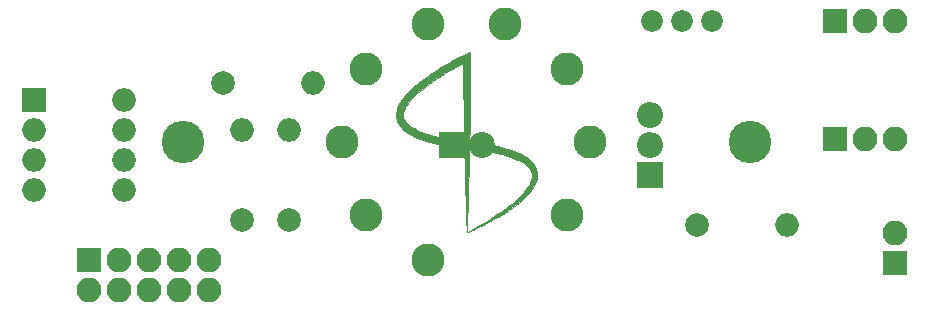
<source format=gbs>
G04 #@! TF.GenerationSoftware,KiCad,Pcbnew,(5.0.0)*
G04 #@! TF.CreationDate,2018-12-09T11:47:50+01:00*
G04 #@! TF.ProjectId,Corona_tubeBoard,436F726F6E615F74756265426F617264,1*
G04 #@! TF.SameCoordinates,Original*
G04 #@! TF.FileFunction,Soldermask,Bot*
G04 #@! TF.FilePolarity,Negative*
%FSLAX46Y46*%
G04 Gerber Fmt 4.6, Leading zero omitted, Abs format (unit mm)*
G04 Created by KiCad (PCBNEW (5.0.0)) date 12/09/18 11:47:50*
%MOMM*%
%LPD*%
G01*
G04 APERTURE LIST*
%ADD10C,0.010000*%
%ADD11C,2.797760*%
%ADD12O,2.200000X2.200000*%
%ADD13R,2.200000X2.200000*%
%ADD14C,3.600000*%
%ADD15R,2.100000X2.100000*%
%ADD16O,2.100000X2.100000*%
%ADD17C,2.200000*%
%ADD18O,2.000000X2.000000*%
%ADD19C,2.000000*%
%ADD20C,1.840000*%
%ADD21R,2.000000X2.000000*%
G04 APERTURE END LIST*
D10*
G04 #@! TO.C,MK5*
G36*
X39010584Y-15006838D02*
X39015875Y-15012130D01*
X39021167Y-15006838D01*
X39015875Y-15001547D01*
X39010584Y-15006838D01*
X39010584Y-15006838D01*
G37*
X39010584Y-15006838D02*
X39015875Y-15012130D01*
X39021167Y-15006838D01*
X39015875Y-15001547D01*
X39010584Y-15006838D01*
G36*
X39304666Y-7365150D02*
X39274468Y-7377872D01*
X39229895Y-7397738D01*
X39173261Y-7423655D01*
X39106877Y-7454531D01*
X39033056Y-7489271D01*
X38954109Y-7526782D01*
X38872350Y-7565971D01*
X38790091Y-7605745D01*
X38709643Y-7645010D01*
X38633320Y-7682673D01*
X38566639Y-7716023D01*
X38215522Y-7896482D01*
X37867014Y-8082352D01*
X37522713Y-8272633D01*
X37184214Y-8466329D01*
X36853113Y-8662438D01*
X36531007Y-8859965D01*
X36219491Y-9057908D01*
X35920163Y-9255271D01*
X35634617Y-9451054D01*
X35364451Y-9644259D01*
X35111260Y-9833886D01*
X34876641Y-10018939D01*
X34846597Y-10043417D01*
X34715242Y-10153086D01*
X34581692Y-10268746D01*
X34448703Y-10387806D01*
X34319030Y-10507676D01*
X34195427Y-10625766D01*
X34080649Y-10739486D01*
X33977450Y-10846244D01*
X33888586Y-10943452D01*
X33884215Y-10948417D01*
X33713076Y-11153575D01*
X33561456Y-11357034D01*
X33429472Y-11558494D01*
X33317241Y-11757651D01*
X33224879Y-11954205D01*
X33152504Y-12147855D01*
X33100233Y-12338297D01*
X33068182Y-12525232D01*
X33056469Y-12708356D01*
X33065210Y-12887369D01*
X33083927Y-13011959D01*
X33127290Y-13180132D01*
X33191256Y-13343867D01*
X33275702Y-13503026D01*
X33380503Y-13657470D01*
X33505539Y-13807063D01*
X33650684Y-13951666D01*
X33815817Y-14091140D01*
X34000814Y-14225349D01*
X34205553Y-14354155D01*
X34355498Y-14438321D01*
X34565904Y-14543825D01*
X34796811Y-14645575D01*
X35047874Y-14743484D01*
X35318748Y-14837465D01*
X35609088Y-14927429D01*
X35918547Y-15013289D01*
X36246780Y-15094957D01*
X36593443Y-15172347D01*
X36958190Y-15245369D01*
X37340675Y-15313936D01*
X37740553Y-15377962D01*
X38157478Y-15437358D01*
X38432260Y-15472797D01*
X38511821Y-15482670D01*
X38586634Y-15491981D01*
X38653503Y-15500327D01*
X38709233Y-15507312D01*
X38750630Y-15512534D01*
X38774498Y-15515593D01*
X38775660Y-15515747D01*
X38820639Y-15521714D01*
X38820668Y-15677169D01*
X38820983Y-15741988D01*
X38821887Y-15823867D01*
X38823354Y-15921897D01*
X38825356Y-16035165D01*
X38827866Y-16162760D01*
X38830856Y-16303769D01*
X38834299Y-16457283D01*
X38838168Y-16622388D01*
X38842435Y-16798174D01*
X38847073Y-16983728D01*
X38852055Y-17178139D01*
X38857353Y-17380496D01*
X38862940Y-17589887D01*
X38868788Y-17805400D01*
X38874871Y-18026124D01*
X38881160Y-18251147D01*
X38887629Y-18479558D01*
X38894250Y-18710444D01*
X38900995Y-18942895D01*
X38907838Y-19175999D01*
X38914751Y-19408844D01*
X38921707Y-19640519D01*
X38928678Y-19870111D01*
X38935637Y-20096710D01*
X38942557Y-20319403D01*
X38949410Y-20537280D01*
X38956168Y-20749429D01*
X38962805Y-20954937D01*
X38969294Y-21152894D01*
X38975606Y-21342387D01*
X38981715Y-21522506D01*
X38987592Y-21692339D01*
X38993212Y-21850973D01*
X38998545Y-21997498D01*
X39003566Y-22131001D01*
X39008246Y-22250572D01*
X39012559Y-22355299D01*
X39016477Y-22444269D01*
X39019972Y-22516572D01*
X39023017Y-22571296D01*
X39025586Y-22607529D01*
X39027649Y-22624360D01*
X39029088Y-22621834D01*
X39030232Y-22603654D01*
X39031995Y-22565636D01*
X39034336Y-22509098D01*
X39037207Y-22435359D01*
X39040566Y-22345735D01*
X39044368Y-22241547D01*
X39048569Y-22124110D01*
X39053123Y-21994745D01*
X39057986Y-21854768D01*
X39063114Y-21705498D01*
X39068463Y-21548254D01*
X39073988Y-21384352D01*
X39079644Y-21215112D01*
X39085387Y-21041852D01*
X39091172Y-20865889D01*
X39096956Y-20688542D01*
X39102693Y-20511129D01*
X39108339Y-20334968D01*
X39113850Y-20161377D01*
X39119181Y-19991674D01*
X39124288Y-19827177D01*
X39129126Y-19669206D01*
X39132645Y-19552667D01*
X39138704Y-19347706D01*
X39145123Y-19125122D01*
X39151807Y-18888451D01*
X39158662Y-18641231D01*
X39165593Y-18387001D01*
X39172506Y-18129297D01*
X39179306Y-17871658D01*
X39185900Y-17617622D01*
X39192192Y-17370725D01*
X39198089Y-17134507D01*
X39203495Y-16912503D01*
X39206522Y-16785125D01*
X39209514Y-16658214D01*
X39212556Y-16529759D01*
X39215578Y-16402673D01*
X39218511Y-16279871D01*
X39221285Y-16164270D01*
X39223829Y-16058783D01*
X39226074Y-15966326D01*
X39227950Y-15889814D01*
X39229125Y-15842591D01*
X39236050Y-15566807D01*
X39263824Y-15570071D01*
X39569636Y-15606916D01*
X39856049Y-15643339D01*
X40124820Y-15679623D01*
X40377706Y-15716055D01*
X40616462Y-15752918D01*
X40842845Y-15790498D01*
X41058611Y-15829079D01*
X41265517Y-15868947D01*
X41465319Y-15910386D01*
X41659772Y-15953682D01*
X41731056Y-15970309D01*
X41982000Y-16032455D01*
X42226942Y-16098827D01*
X42464207Y-16168818D01*
X42692122Y-16241820D01*
X42909010Y-16317225D01*
X43113198Y-16394426D01*
X43303011Y-16472815D01*
X43476774Y-16551783D01*
X43632813Y-16630725D01*
X43769454Y-16709030D01*
X43773639Y-16711613D01*
X43902448Y-16797714D01*
X44024855Y-16892069D01*
X44137397Y-16991590D01*
X44236614Y-17093189D01*
X44319044Y-17193779D01*
X44328090Y-17206260D01*
X44372279Y-17275968D01*
X44415786Y-17358435D01*
X44454758Y-17445495D01*
X44485342Y-17528980D01*
X44493865Y-17557709D01*
X44507487Y-17623668D01*
X44517240Y-17704024D01*
X44522923Y-17792325D01*
X44524332Y-17882119D01*
X44521262Y-17966956D01*
X44513512Y-18040384D01*
X44509751Y-18061721D01*
X44472178Y-18209434D01*
X44417808Y-18360567D01*
X44346278Y-18515686D01*
X44257224Y-18675356D01*
X44150285Y-18840140D01*
X44025095Y-19010603D01*
X43881294Y-19187310D01*
X43718517Y-19370825D01*
X43562001Y-19535625D01*
X43330777Y-19763946D01*
X43084546Y-19990854D01*
X42822674Y-20216812D01*
X42544532Y-20442283D01*
X42249490Y-20667731D01*
X41936915Y-20893617D01*
X41606178Y-21120405D01*
X41256647Y-21348557D01*
X40887692Y-21578538D01*
X40498682Y-21810809D01*
X40323472Y-21912432D01*
X40142368Y-22016601D01*
X39978777Y-22110727D01*
X39831856Y-22195303D01*
X39700759Y-22270823D01*
X39584644Y-22337778D01*
X39482664Y-22396661D01*
X39393976Y-22447965D01*
X39317735Y-22492183D01*
X39253097Y-22529807D01*
X39199217Y-22561330D01*
X39155250Y-22587244D01*
X39120351Y-22608043D01*
X39093678Y-22624219D01*
X39074384Y-22636264D01*
X39061626Y-22644672D01*
X39054558Y-22649935D01*
X39052337Y-22652545D01*
X39054002Y-22653010D01*
X39064410Y-22648442D01*
X39091366Y-22635847D01*
X39132365Y-22616415D01*
X39184903Y-22591339D01*
X39246473Y-22561812D01*
X39314573Y-22529025D01*
X39318056Y-22527345D01*
X39543916Y-22418316D01*
X39751866Y-22317769D01*
X39943105Y-22225083D01*
X40118832Y-22139640D01*
X40280246Y-22060819D01*
X40428548Y-21988000D01*
X40564935Y-21920564D01*
X40690608Y-21857889D01*
X40806766Y-21799357D01*
X40914608Y-21744348D01*
X41015333Y-21692241D01*
X41110141Y-21642417D01*
X41200232Y-21594255D01*
X41286803Y-21547136D01*
X41371056Y-21500440D01*
X41454188Y-21453546D01*
X41537400Y-21405835D01*
X41621891Y-21356688D01*
X41708859Y-21305483D01*
X41799505Y-21251602D01*
X41884514Y-21200732D01*
X42245452Y-20977522D01*
X42586665Y-20752646D01*
X42909583Y-20525081D01*
X43215638Y-20293800D01*
X43506262Y-20057780D01*
X43632733Y-19949453D01*
X43697129Y-19891974D01*
X43769966Y-19824578D01*
X43848628Y-19749878D01*
X43930500Y-19670488D01*
X44012965Y-19589019D01*
X44093409Y-19508086D01*
X44169216Y-19430301D01*
X44237769Y-19358277D01*
X44296453Y-19294627D01*
X44342653Y-19241964D01*
X44351196Y-19231732D01*
X44497764Y-19043286D01*
X44625849Y-18855954D01*
X44735044Y-18670496D01*
X44824944Y-18487671D01*
X44895144Y-18308238D01*
X44945238Y-18132956D01*
X44950355Y-18110036D01*
X44963184Y-18030864D01*
X44971494Y-17937314D01*
X44975283Y-17835583D01*
X44974549Y-17731869D01*
X44969288Y-17632372D01*
X44959498Y-17543289D01*
X44950622Y-17493524D01*
X44919331Y-17367068D01*
X44881840Y-17252277D01*
X44835027Y-17139874D01*
X44822528Y-17113209D01*
X44779078Y-17027515D01*
X44733591Y-16949518D01*
X44683285Y-16875544D01*
X44625379Y-16801921D01*
X44557092Y-16724975D01*
X44475643Y-16641034D01*
X44433666Y-16599718D01*
X44314949Y-16490306D01*
X44189397Y-16386897D01*
X44055613Y-16288777D01*
X43912201Y-16195229D01*
X43757764Y-16105540D01*
X43590905Y-16018993D01*
X43410229Y-15934875D01*
X43214339Y-15852470D01*
X43001839Y-15771063D01*
X42771332Y-15689939D01*
X42521421Y-15608383D01*
X42460092Y-15589192D01*
X42175056Y-15504441D01*
X41883406Y-15425327D01*
X41583336Y-15351486D01*
X41273037Y-15282557D01*
X40950701Y-15218177D01*
X40614522Y-15157985D01*
X40262690Y-15101618D01*
X39893399Y-15048715D01*
X39524431Y-15001296D01*
X39450761Y-14992265D01*
X39384414Y-14984043D01*
X39328160Y-14976979D01*
X39284769Y-14971425D01*
X39257010Y-14967730D01*
X39247646Y-14966266D01*
X39247509Y-14955728D01*
X39247782Y-14926223D01*
X39248429Y-14879947D01*
X39249414Y-14819094D01*
X39249658Y-14805140D01*
X38798277Y-14805140D01*
X38797540Y-14860859D01*
X38796021Y-14898135D01*
X38793731Y-14915818D01*
X38792725Y-14917167D01*
X38779981Y-14915867D01*
X38749041Y-14912200D01*
X38702697Y-14906510D01*
X38643746Y-14899147D01*
X38574982Y-14890455D01*
X38499198Y-14880782D01*
X38492112Y-14879873D01*
X38086103Y-14824416D01*
X37695482Y-14764275D01*
X37320605Y-14699566D01*
X36961829Y-14630404D01*
X36619511Y-14556903D01*
X36294007Y-14479179D01*
X35985674Y-14397347D01*
X35694868Y-14311522D01*
X35421947Y-14221818D01*
X35167266Y-14128351D01*
X34931183Y-14031236D01*
X34714053Y-13930588D01*
X34516235Y-13826522D01*
X34338083Y-13719152D01*
X34179956Y-13608595D01*
X34042209Y-13494964D01*
X33963656Y-13419392D01*
X33859933Y-13302570D01*
X33776571Y-13185645D01*
X33712823Y-13066936D01*
X33667941Y-12944766D01*
X33641180Y-12817455D01*
X33631790Y-12683323D01*
X33631765Y-12673500D01*
X33639340Y-12544914D01*
X33662105Y-12416317D01*
X33700754Y-12285798D01*
X33755978Y-12151444D01*
X33828470Y-12011343D01*
X33918922Y-11863585D01*
X33932563Y-11842923D01*
X34065180Y-11656995D01*
X34218230Y-11466893D01*
X34391439Y-11272842D01*
X34584534Y-11075067D01*
X34797244Y-10873793D01*
X35029295Y-10669244D01*
X35280416Y-10461645D01*
X35550332Y-10251221D01*
X35838772Y-10038197D01*
X36145463Y-9822798D01*
X36470133Y-9605248D01*
X36812508Y-9385772D01*
X37172317Y-9164595D01*
X37203282Y-9145971D01*
X37287213Y-9096035D01*
X37379400Y-9042000D01*
X37478306Y-8984712D01*
X37582391Y-8925019D01*
X37690114Y-8863766D01*
X37799936Y-8801799D01*
X37910318Y-8739965D01*
X38019720Y-8679110D01*
X38126602Y-8620080D01*
X38229425Y-8563722D01*
X38326649Y-8510881D01*
X38416735Y-8462404D01*
X38498142Y-8419138D01*
X38569332Y-8381927D01*
X38628763Y-8351619D01*
X38674898Y-8329060D01*
X38706197Y-8315096D01*
X38721118Y-8310573D01*
X38722161Y-8311144D01*
X38722477Y-8322391D01*
X38722931Y-8353623D01*
X38723514Y-8403662D01*
X38724214Y-8471327D01*
X38725024Y-8555438D01*
X38725931Y-8654815D01*
X38726926Y-8768278D01*
X38727998Y-8894647D01*
X38729139Y-9032743D01*
X38730336Y-9181384D01*
X38731581Y-9339391D01*
X38732863Y-9505585D01*
X38734171Y-9678784D01*
X38735496Y-9857810D01*
X38735539Y-9863625D01*
X38738311Y-10230205D01*
X38741135Y-10578441D01*
X38744047Y-10911156D01*
X38747084Y-11231173D01*
X38750282Y-11541315D01*
X38753678Y-11844405D01*
X38757307Y-12143266D01*
X38761206Y-12440721D01*
X38765411Y-12739593D01*
X38769959Y-13042705D01*
X38774887Y-13352879D01*
X38780229Y-13672939D01*
X38786023Y-14005707D01*
X38792305Y-14354007D01*
X38795714Y-14538813D01*
X38797373Y-14642967D01*
X38798225Y-14732126D01*
X38798277Y-14805140D01*
X39249658Y-14805140D01*
X39250699Y-14745861D01*
X39252249Y-14662442D01*
X39254027Y-14571033D01*
X39255046Y-14520292D01*
X39262226Y-14151794D01*
X39269139Y-13768244D01*
X39275738Y-13373133D01*
X39281979Y-12969953D01*
X39287817Y-12562194D01*
X39293206Y-12153348D01*
X39298100Y-11746907D01*
X39302456Y-11346362D01*
X39306226Y-10955203D01*
X39309366Y-10576924D01*
X39311831Y-10215014D01*
X39312564Y-10085875D01*
X39313493Y-9914430D01*
X39314513Y-9731201D01*
X39315601Y-9539690D01*
X39316736Y-9343398D01*
X39317899Y-9145826D01*
X39319068Y-8950477D01*
X39320223Y-8760851D01*
X39321341Y-8580451D01*
X39322404Y-8412776D01*
X39323389Y-8261330D01*
X39323766Y-8204688D01*
X39324803Y-8034404D01*
X39325487Y-7884719D01*
X39325813Y-7755065D01*
X39325778Y-7644879D01*
X39325378Y-7553594D01*
X39324609Y-7480643D01*
X39323468Y-7425463D01*
X39321950Y-7387486D01*
X39320053Y-7366147D01*
X39318178Y-7360667D01*
X39304666Y-7365150D01*
X39304666Y-7365150D01*
G37*
X39304666Y-7365150D02*
X39274468Y-7377872D01*
X39229895Y-7397738D01*
X39173261Y-7423655D01*
X39106877Y-7454531D01*
X39033056Y-7489271D01*
X38954109Y-7526782D01*
X38872350Y-7565971D01*
X38790091Y-7605745D01*
X38709643Y-7645010D01*
X38633320Y-7682673D01*
X38566639Y-7716023D01*
X38215522Y-7896482D01*
X37867014Y-8082352D01*
X37522713Y-8272633D01*
X37184214Y-8466329D01*
X36853113Y-8662438D01*
X36531007Y-8859965D01*
X36219491Y-9057908D01*
X35920163Y-9255271D01*
X35634617Y-9451054D01*
X35364451Y-9644259D01*
X35111260Y-9833886D01*
X34876641Y-10018939D01*
X34846597Y-10043417D01*
X34715242Y-10153086D01*
X34581692Y-10268746D01*
X34448703Y-10387806D01*
X34319030Y-10507676D01*
X34195427Y-10625766D01*
X34080649Y-10739486D01*
X33977450Y-10846244D01*
X33888586Y-10943452D01*
X33884215Y-10948417D01*
X33713076Y-11153575D01*
X33561456Y-11357034D01*
X33429472Y-11558494D01*
X33317241Y-11757651D01*
X33224879Y-11954205D01*
X33152504Y-12147855D01*
X33100233Y-12338297D01*
X33068182Y-12525232D01*
X33056469Y-12708356D01*
X33065210Y-12887369D01*
X33083927Y-13011959D01*
X33127290Y-13180132D01*
X33191256Y-13343867D01*
X33275702Y-13503026D01*
X33380503Y-13657470D01*
X33505539Y-13807063D01*
X33650684Y-13951666D01*
X33815817Y-14091140D01*
X34000814Y-14225349D01*
X34205553Y-14354155D01*
X34355498Y-14438321D01*
X34565904Y-14543825D01*
X34796811Y-14645575D01*
X35047874Y-14743484D01*
X35318748Y-14837465D01*
X35609088Y-14927429D01*
X35918547Y-15013289D01*
X36246780Y-15094957D01*
X36593443Y-15172347D01*
X36958190Y-15245369D01*
X37340675Y-15313936D01*
X37740553Y-15377962D01*
X38157478Y-15437358D01*
X38432260Y-15472797D01*
X38511821Y-15482670D01*
X38586634Y-15491981D01*
X38653503Y-15500327D01*
X38709233Y-15507312D01*
X38750630Y-15512534D01*
X38774498Y-15515593D01*
X38775660Y-15515747D01*
X38820639Y-15521714D01*
X38820668Y-15677169D01*
X38820983Y-15741988D01*
X38821887Y-15823867D01*
X38823354Y-15921897D01*
X38825356Y-16035165D01*
X38827866Y-16162760D01*
X38830856Y-16303769D01*
X38834299Y-16457283D01*
X38838168Y-16622388D01*
X38842435Y-16798174D01*
X38847073Y-16983728D01*
X38852055Y-17178139D01*
X38857353Y-17380496D01*
X38862940Y-17589887D01*
X38868788Y-17805400D01*
X38874871Y-18026124D01*
X38881160Y-18251147D01*
X38887629Y-18479558D01*
X38894250Y-18710444D01*
X38900995Y-18942895D01*
X38907838Y-19175999D01*
X38914751Y-19408844D01*
X38921707Y-19640519D01*
X38928678Y-19870111D01*
X38935637Y-20096710D01*
X38942557Y-20319403D01*
X38949410Y-20537280D01*
X38956168Y-20749429D01*
X38962805Y-20954937D01*
X38969294Y-21152894D01*
X38975606Y-21342387D01*
X38981715Y-21522506D01*
X38987592Y-21692339D01*
X38993212Y-21850973D01*
X38998545Y-21997498D01*
X39003566Y-22131001D01*
X39008246Y-22250572D01*
X39012559Y-22355299D01*
X39016477Y-22444269D01*
X39019972Y-22516572D01*
X39023017Y-22571296D01*
X39025586Y-22607529D01*
X39027649Y-22624360D01*
X39029088Y-22621834D01*
X39030232Y-22603654D01*
X39031995Y-22565636D01*
X39034336Y-22509098D01*
X39037207Y-22435359D01*
X39040566Y-22345735D01*
X39044368Y-22241547D01*
X39048569Y-22124110D01*
X39053123Y-21994745D01*
X39057986Y-21854768D01*
X39063114Y-21705498D01*
X39068463Y-21548254D01*
X39073988Y-21384352D01*
X39079644Y-21215112D01*
X39085387Y-21041852D01*
X39091172Y-20865889D01*
X39096956Y-20688542D01*
X39102693Y-20511129D01*
X39108339Y-20334968D01*
X39113850Y-20161377D01*
X39119181Y-19991674D01*
X39124288Y-19827177D01*
X39129126Y-19669206D01*
X39132645Y-19552667D01*
X39138704Y-19347706D01*
X39145123Y-19125122D01*
X39151807Y-18888451D01*
X39158662Y-18641231D01*
X39165593Y-18387001D01*
X39172506Y-18129297D01*
X39179306Y-17871658D01*
X39185900Y-17617622D01*
X39192192Y-17370725D01*
X39198089Y-17134507D01*
X39203495Y-16912503D01*
X39206522Y-16785125D01*
X39209514Y-16658214D01*
X39212556Y-16529759D01*
X39215578Y-16402673D01*
X39218511Y-16279871D01*
X39221285Y-16164270D01*
X39223829Y-16058783D01*
X39226074Y-15966326D01*
X39227950Y-15889814D01*
X39229125Y-15842591D01*
X39236050Y-15566807D01*
X39263824Y-15570071D01*
X39569636Y-15606916D01*
X39856049Y-15643339D01*
X40124820Y-15679623D01*
X40377706Y-15716055D01*
X40616462Y-15752918D01*
X40842845Y-15790498D01*
X41058611Y-15829079D01*
X41265517Y-15868947D01*
X41465319Y-15910386D01*
X41659772Y-15953682D01*
X41731056Y-15970309D01*
X41982000Y-16032455D01*
X42226942Y-16098827D01*
X42464207Y-16168818D01*
X42692122Y-16241820D01*
X42909010Y-16317225D01*
X43113198Y-16394426D01*
X43303011Y-16472815D01*
X43476774Y-16551783D01*
X43632813Y-16630725D01*
X43769454Y-16709030D01*
X43773639Y-16711613D01*
X43902448Y-16797714D01*
X44024855Y-16892069D01*
X44137397Y-16991590D01*
X44236614Y-17093189D01*
X44319044Y-17193779D01*
X44328090Y-17206260D01*
X44372279Y-17275968D01*
X44415786Y-17358435D01*
X44454758Y-17445495D01*
X44485342Y-17528980D01*
X44493865Y-17557709D01*
X44507487Y-17623668D01*
X44517240Y-17704024D01*
X44522923Y-17792325D01*
X44524332Y-17882119D01*
X44521262Y-17966956D01*
X44513512Y-18040384D01*
X44509751Y-18061721D01*
X44472178Y-18209434D01*
X44417808Y-18360567D01*
X44346278Y-18515686D01*
X44257224Y-18675356D01*
X44150285Y-18840140D01*
X44025095Y-19010603D01*
X43881294Y-19187310D01*
X43718517Y-19370825D01*
X43562001Y-19535625D01*
X43330777Y-19763946D01*
X43084546Y-19990854D01*
X42822674Y-20216812D01*
X42544532Y-20442283D01*
X42249490Y-20667731D01*
X41936915Y-20893617D01*
X41606178Y-21120405D01*
X41256647Y-21348557D01*
X40887692Y-21578538D01*
X40498682Y-21810809D01*
X40323472Y-21912432D01*
X40142368Y-22016601D01*
X39978777Y-22110727D01*
X39831856Y-22195303D01*
X39700759Y-22270823D01*
X39584644Y-22337778D01*
X39482664Y-22396661D01*
X39393976Y-22447965D01*
X39317735Y-22492183D01*
X39253097Y-22529807D01*
X39199217Y-22561330D01*
X39155250Y-22587244D01*
X39120351Y-22608043D01*
X39093678Y-22624219D01*
X39074384Y-22636264D01*
X39061626Y-22644672D01*
X39054558Y-22649935D01*
X39052337Y-22652545D01*
X39054002Y-22653010D01*
X39064410Y-22648442D01*
X39091366Y-22635847D01*
X39132365Y-22616415D01*
X39184903Y-22591339D01*
X39246473Y-22561812D01*
X39314573Y-22529025D01*
X39318056Y-22527345D01*
X39543916Y-22418316D01*
X39751866Y-22317769D01*
X39943105Y-22225083D01*
X40118832Y-22139640D01*
X40280246Y-22060819D01*
X40428548Y-21988000D01*
X40564935Y-21920564D01*
X40690608Y-21857889D01*
X40806766Y-21799357D01*
X40914608Y-21744348D01*
X41015333Y-21692241D01*
X41110141Y-21642417D01*
X41200232Y-21594255D01*
X41286803Y-21547136D01*
X41371056Y-21500440D01*
X41454188Y-21453546D01*
X41537400Y-21405835D01*
X41621891Y-21356688D01*
X41708859Y-21305483D01*
X41799505Y-21251602D01*
X41884514Y-21200732D01*
X42245452Y-20977522D01*
X42586665Y-20752646D01*
X42909583Y-20525081D01*
X43215638Y-20293800D01*
X43506262Y-20057780D01*
X43632733Y-19949453D01*
X43697129Y-19891974D01*
X43769966Y-19824578D01*
X43848628Y-19749878D01*
X43930500Y-19670488D01*
X44012965Y-19589019D01*
X44093409Y-19508086D01*
X44169216Y-19430301D01*
X44237769Y-19358277D01*
X44296453Y-19294627D01*
X44342653Y-19241964D01*
X44351196Y-19231732D01*
X44497764Y-19043286D01*
X44625849Y-18855954D01*
X44735044Y-18670496D01*
X44824944Y-18487671D01*
X44895144Y-18308238D01*
X44945238Y-18132956D01*
X44950355Y-18110036D01*
X44963184Y-18030864D01*
X44971494Y-17937314D01*
X44975283Y-17835583D01*
X44974549Y-17731869D01*
X44969288Y-17632372D01*
X44959498Y-17543289D01*
X44950622Y-17493524D01*
X44919331Y-17367068D01*
X44881840Y-17252277D01*
X44835027Y-17139874D01*
X44822528Y-17113209D01*
X44779078Y-17027515D01*
X44733591Y-16949518D01*
X44683285Y-16875544D01*
X44625379Y-16801921D01*
X44557092Y-16724975D01*
X44475643Y-16641034D01*
X44433666Y-16599718D01*
X44314949Y-16490306D01*
X44189397Y-16386897D01*
X44055613Y-16288777D01*
X43912201Y-16195229D01*
X43757764Y-16105540D01*
X43590905Y-16018993D01*
X43410229Y-15934875D01*
X43214339Y-15852470D01*
X43001839Y-15771063D01*
X42771332Y-15689939D01*
X42521421Y-15608383D01*
X42460092Y-15589192D01*
X42175056Y-15504441D01*
X41883406Y-15425327D01*
X41583336Y-15351486D01*
X41273037Y-15282557D01*
X40950701Y-15218177D01*
X40614522Y-15157985D01*
X40262690Y-15101618D01*
X39893399Y-15048715D01*
X39524431Y-15001296D01*
X39450761Y-14992265D01*
X39384414Y-14984043D01*
X39328160Y-14976979D01*
X39284769Y-14971425D01*
X39257010Y-14967730D01*
X39247646Y-14966266D01*
X39247509Y-14955728D01*
X39247782Y-14926223D01*
X39248429Y-14879947D01*
X39249414Y-14819094D01*
X39249658Y-14805140D01*
X38798277Y-14805140D01*
X38797540Y-14860859D01*
X38796021Y-14898135D01*
X38793731Y-14915818D01*
X38792725Y-14917167D01*
X38779981Y-14915867D01*
X38749041Y-14912200D01*
X38702697Y-14906510D01*
X38643746Y-14899147D01*
X38574982Y-14890455D01*
X38499198Y-14880782D01*
X38492112Y-14879873D01*
X38086103Y-14824416D01*
X37695482Y-14764275D01*
X37320605Y-14699566D01*
X36961829Y-14630404D01*
X36619511Y-14556903D01*
X36294007Y-14479179D01*
X35985674Y-14397347D01*
X35694868Y-14311522D01*
X35421947Y-14221818D01*
X35167266Y-14128351D01*
X34931183Y-14031236D01*
X34714053Y-13930588D01*
X34516235Y-13826522D01*
X34338083Y-13719152D01*
X34179956Y-13608595D01*
X34042209Y-13494964D01*
X33963656Y-13419392D01*
X33859933Y-13302570D01*
X33776571Y-13185645D01*
X33712823Y-13066936D01*
X33667941Y-12944766D01*
X33641180Y-12817455D01*
X33631790Y-12683323D01*
X33631765Y-12673500D01*
X33639340Y-12544914D01*
X33662105Y-12416317D01*
X33700754Y-12285798D01*
X33755978Y-12151444D01*
X33828470Y-12011343D01*
X33918922Y-11863585D01*
X33932563Y-11842923D01*
X34065180Y-11656995D01*
X34218230Y-11466893D01*
X34391439Y-11272842D01*
X34584534Y-11075067D01*
X34797244Y-10873793D01*
X35029295Y-10669244D01*
X35280416Y-10461645D01*
X35550332Y-10251221D01*
X35838772Y-10038197D01*
X36145463Y-9822798D01*
X36470133Y-9605248D01*
X36812508Y-9385772D01*
X37172317Y-9164595D01*
X37203282Y-9145971D01*
X37287213Y-9096035D01*
X37379400Y-9042000D01*
X37478306Y-8984712D01*
X37582391Y-8925019D01*
X37690114Y-8863766D01*
X37799936Y-8801799D01*
X37910318Y-8739965D01*
X38019720Y-8679110D01*
X38126602Y-8620080D01*
X38229425Y-8563722D01*
X38326649Y-8510881D01*
X38416735Y-8462404D01*
X38498142Y-8419138D01*
X38569332Y-8381927D01*
X38628763Y-8351619D01*
X38674898Y-8329060D01*
X38706197Y-8315096D01*
X38721118Y-8310573D01*
X38722161Y-8311144D01*
X38722477Y-8322391D01*
X38722931Y-8353623D01*
X38723514Y-8403662D01*
X38724214Y-8471327D01*
X38725024Y-8555438D01*
X38725931Y-8654815D01*
X38726926Y-8768278D01*
X38727998Y-8894647D01*
X38729139Y-9032743D01*
X38730336Y-9181384D01*
X38731581Y-9339391D01*
X38732863Y-9505585D01*
X38734171Y-9678784D01*
X38735496Y-9857810D01*
X38735539Y-9863625D01*
X38738311Y-10230205D01*
X38741135Y-10578441D01*
X38744047Y-10911156D01*
X38747084Y-11231173D01*
X38750282Y-11541315D01*
X38753678Y-11844405D01*
X38757307Y-12143266D01*
X38761206Y-12440721D01*
X38765411Y-12739593D01*
X38769959Y-13042705D01*
X38774887Y-13352879D01*
X38780229Y-13672939D01*
X38786023Y-14005707D01*
X38792305Y-14354007D01*
X38795714Y-14538813D01*
X38797373Y-14642967D01*
X38798225Y-14732126D01*
X38798277Y-14805140D01*
X39249658Y-14805140D01*
X39250699Y-14745861D01*
X39252249Y-14662442D01*
X39254027Y-14571033D01*
X39255046Y-14520292D01*
X39262226Y-14151794D01*
X39269139Y-13768244D01*
X39275738Y-13373133D01*
X39281979Y-12969953D01*
X39287817Y-12562194D01*
X39293206Y-12153348D01*
X39298100Y-11746907D01*
X39302456Y-11346362D01*
X39306226Y-10955203D01*
X39309366Y-10576924D01*
X39311831Y-10215014D01*
X39312564Y-10085875D01*
X39313493Y-9914430D01*
X39314513Y-9731201D01*
X39315601Y-9539690D01*
X39316736Y-9343398D01*
X39317899Y-9145826D01*
X39319068Y-8950477D01*
X39320223Y-8760851D01*
X39321341Y-8580451D01*
X39322404Y-8412776D01*
X39323389Y-8261330D01*
X39323766Y-8204688D01*
X39324803Y-8034404D01*
X39325487Y-7884719D01*
X39325813Y-7755065D01*
X39325778Y-7644879D01*
X39325378Y-7553594D01*
X39324609Y-7480643D01*
X39323468Y-7425463D01*
X39321950Y-7387486D01*
X39320053Y-7366147D01*
X39318178Y-7360667D01*
X39304666Y-7365150D01*
G04 #@! TD*
D11*
G04 #@! TO.C,SX1*
X47493760Y-21169660D03*
X49497820Y-15000000D03*
X47493760Y-8830340D03*
X42243580Y-5015260D03*
X35756420Y-5015260D03*
X30506240Y-8830340D03*
X28502180Y-15000000D03*
X30506240Y-21169660D03*
X35756420Y-24984740D03*
G04 #@! TD*
D12*
G04 #@! TO.C,U2*
X54500000Y-12670000D03*
X54500000Y-15210000D03*
D13*
X54500000Y-17750000D03*
G04 #@! TD*
D14*
G04 #@! TO.C,MK1*
X15000000Y-15000000D03*
G04 #@! TD*
G04 #@! TO.C,MK2*
X63000000Y-15000000D03*
G04 #@! TD*
D15*
G04 #@! TO.C,J5*
X75250000Y-25250000D03*
D16*
X75250000Y-22710000D03*
G04 #@! TD*
D17*
G04 #@! TO.C,D_TUBE1*
X40290000Y-15250000D03*
D13*
X37750000Y-15250000D03*
G04 #@! TD*
D16*
G04 #@! TO.C,J2*
X75250000Y-4750000D03*
X72710000Y-4750000D03*
D15*
X70170000Y-4750000D03*
G04 #@! TD*
G04 #@! TO.C,J4*
X7000000Y-25000000D03*
D16*
X7000000Y-27540000D03*
X9540000Y-25000000D03*
X9540000Y-27540000D03*
X12080000Y-25000000D03*
X12080000Y-27540000D03*
X14620000Y-25000000D03*
X14620000Y-27540000D03*
X17160000Y-25000000D03*
X17160000Y-27540000D03*
G04 #@! TD*
D15*
G04 #@! TO.C,J6*
X70170000Y-14750000D03*
D16*
X72710000Y-14750000D03*
X75250000Y-14750000D03*
G04 #@! TD*
D18*
G04 #@! TO.C,R23*
X20000000Y-14000000D03*
D19*
X20000000Y-21620000D03*
G04 #@! TD*
D18*
G04 #@! TO.C,R24*
X24000000Y-14000000D03*
D19*
X24000000Y-21620000D03*
G04 #@! TD*
D20*
G04 #@! TO.C,RFBB1*
X59750000Y-4750000D03*
X57210000Y-4750000D03*
X54670000Y-4750000D03*
G04 #@! TD*
D18*
G04 #@! TO.C,RFBT1*
X66120000Y-22000000D03*
D19*
X58500000Y-22000000D03*
G04 #@! TD*
D18*
G04 #@! TO.C,R43*
X26000000Y-10000000D03*
D19*
X18380000Y-10000000D03*
G04 #@! TD*
D18*
G04 #@! TO.C,U7*
X10000000Y-11460000D03*
X2380000Y-19080000D03*
X10000000Y-14000000D03*
X2380000Y-16540000D03*
X10000000Y-16540000D03*
X2380000Y-14000000D03*
X10000000Y-19080000D03*
D21*
X2380000Y-11460000D03*
G04 #@! TD*
M02*

</source>
